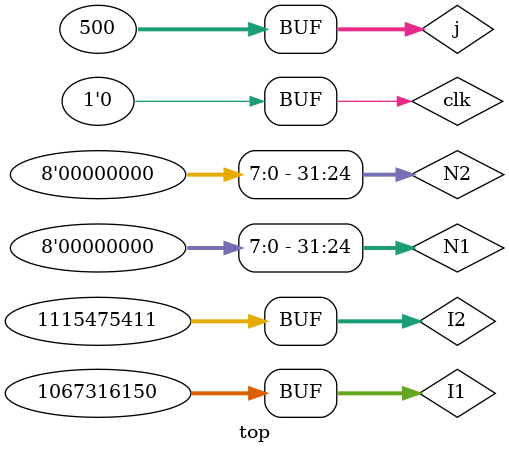
<source format=v>
`include "Mul.v"
`include "swap.v"
`include "shifters.v"
`include "split.v"
`include "triArr.v"
`include "cla.v"


module top;

    reg [31:0] I1,I2;
    wire [31:0]out,outbuff2;
    reg clk;

    wire [31:0]A,B;
    Swap SW1(I1,I2,A,B);

    wire S1,S2;
    wire [7:0] E1,E2;
    wire [22:0] M1,M2;

    Split SP1(A,S1,E1,M1);
    Split SP2(B,S2,E2,M2);

    // Summing up the Exponents
    wire [31:0]Ednm,Eout,Eoutbuff,Eoutbuff1;
    wire  Carr;
    CLA CL1(clk,Ednm,Carr,{24'b0,E1},{24'b0,E2},1'b0); 
    CLA CL2(clk,Eout,Carr,Ednm,~(32'd127),1'b1);

    clockDelay #(13,32) cd1 (clk,Eout,Eoutbuff);    

    wire [31:0]N1,N2;
    wire [63:0]P,Pbuff;
    assign N1 = {|E1,M1};
    assign N2 = {|E2,M2};

    WallaceMul Wm(clk,N1,N2,P);

    clockDelay #(12,64) cd2 (clk,P,Pbuff);

    // A is is inf or NAN and B is not zero
    TriArr T1(A,&E1 & |B[30:0],outbuff2);

    // B is zero and A is Not INF or NAN
    TriArr T2(B,~(|B[30:0]) & ~&E1,outbuff2);

    // A is INF or NAN and B is zero
    TriArr T3({32{1'b1}},&E1 & ~(|B[30:0]),outbuff2);

    clockDelay #(25,32) cd4 (clk,outbuff2,out);

    //Case of overflow(no inf/NAN/zero/Denormal)
    wire [31:0]EoutShift;
    CLA CL3(clk,EoutShift,Carr,Eoutbuff,32'b1,1'b0);
    TriArr T4({S1^S2,EoutShift[7:0],Pbuff[46:24]},Pbuff[47] & ~(&E1 | ~(|B[30:0])),out);

    //Normal Case (no inf/NAN/zero/Denormal)
    clockDelay #(4,32) cd3 (clk,Eoutbuff,Eoutbuff1);
    TriArr T5({S1^S2,Eoutbuff1[7:0],Pbuff[45:23]},~Pbuff[47] & Pbuff[46] & ~(&E1 | ~(|B[30:0])),out);

    integer j;
    initial 
    begin
        #0 clk = 0;
        for(j=0;j<500;j++)
            #5 clk = ~clk;
    end

    initial
    begin
        // case infinity and zero (out = NAN)
        #0 I2={1'b0,{8{1'b1}},23'b0}; I1=32'b0;     

        // 2 , 9
        #10 I1 = 32'b01000000000000000000000000000000; I2 = 32'b01000001000100000000000000000000;

        //1.234 , 63.201 = 77.990034 
        #10 I1=32'b00111111100111011111001110110110;I2=32'b01000010011111001100110111010011;
    end
    initial
    begin
        $monitor($time, " A=%b B=%b\tC=%b\n",I1,I2,out);
   end

endmodule

</source>
